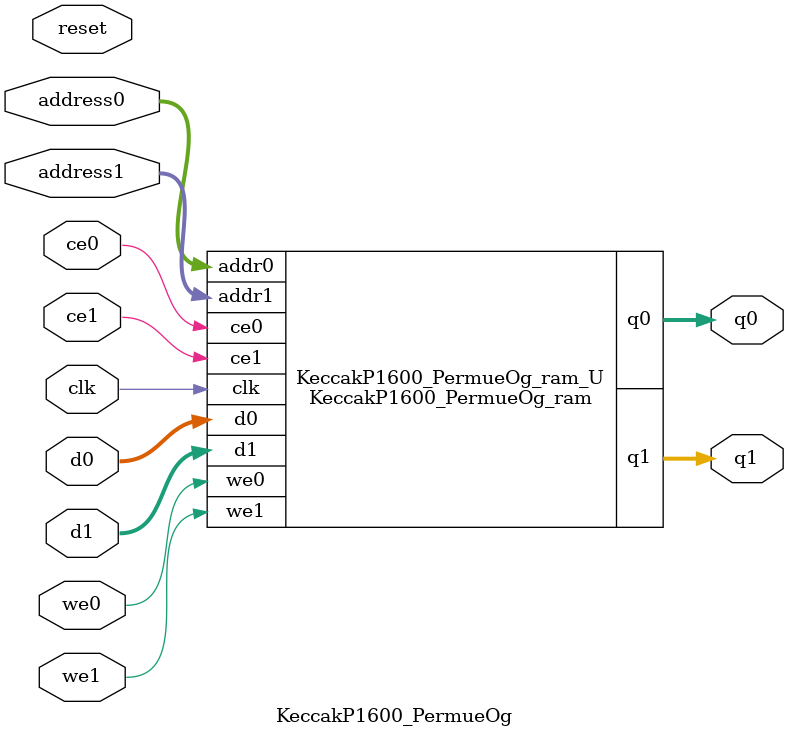
<source format=v>
`timescale 1 ns / 1 ps
module KeccakP1600_PermueOg_ram (addr0, ce0, d0, we0, q0, addr1, ce1, d1, we1, q1,  clk);

parameter DWIDTH = 64;
parameter AWIDTH = 5;
parameter MEM_SIZE = 25;

input[AWIDTH-1:0] addr0;
input ce0;
input[DWIDTH-1:0] d0;
input we0;
output reg[DWIDTH-1:0] q0;
input[AWIDTH-1:0] addr1;
input ce1;
input[DWIDTH-1:0] d1;
input we1;
output reg[DWIDTH-1:0] q1;
input clk;

(* ram_style = "block" *)reg [DWIDTH-1:0] ram[0:MEM_SIZE-1];




always @(posedge clk)  
begin 
    if (ce0) begin
        if (we0) 
            ram[addr0] <= d0; 
        q0 <= ram[addr0];
    end
end


always @(posedge clk)  
begin 
    if (ce1) begin
        if (we1) 
            ram[addr1] <= d1; 
        q1 <= ram[addr1];
    end
end


endmodule

`timescale 1 ns / 1 ps
module KeccakP1600_PermueOg(
    reset,
    clk,
    address0,
    ce0,
    we0,
    d0,
    q0,
    address1,
    ce1,
    we1,
    d1,
    q1);

parameter DataWidth = 32'd64;
parameter AddressRange = 32'd25;
parameter AddressWidth = 32'd5;
input reset;
input clk;
input[AddressWidth - 1:0] address0;
input ce0;
input we0;
input[DataWidth - 1:0] d0;
output[DataWidth - 1:0] q0;
input[AddressWidth - 1:0] address1;
input ce1;
input we1;
input[DataWidth - 1:0] d1;
output[DataWidth - 1:0] q1;



KeccakP1600_PermueOg_ram KeccakP1600_PermueOg_ram_U(
    .clk( clk ),
    .addr0( address0 ),
    .ce0( ce0 ),
    .we0( we0 ),
    .d0( d0 ),
    .q0( q0 ),
    .addr1( address1 ),
    .ce1( ce1 ),
    .we1( we1 ),
    .d1( d1 ),
    .q1( q1 ));

endmodule


</source>
